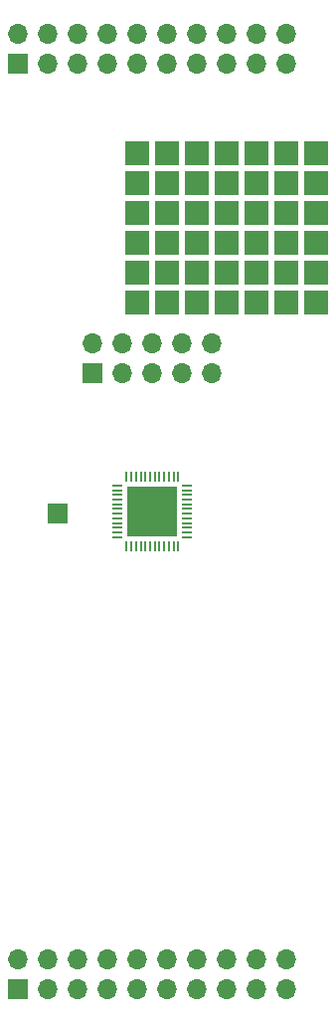
<source format=gbr>
G04 #@! TF.GenerationSoftware,KiCad,Pcbnew,5.99.0-unknown-3100cd3599~128~ubuntu20.04.1*
G04 #@! TF.CreationDate,2021-06-01T14:38:41+02:00*
G04 #@! TF.ProjectId,esp32,65737033-322e-46b6-9963-61645f706362,rev?*
G04 #@! TF.SameCoordinates,Original*
G04 #@! TF.FileFunction,Soldermask,Bot*
G04 #@! TF.FilePolarity,Negative*
%FSLAX46Y46*%
G04 Gerber Fmt 4.6, Leading zero omitted, Abs format (unit mm)*
G04 Created by KiCad (PCBNEW 5.99.0-unknown-3100cd3599~128~ubuntu20.04.1) date 2021-06-01 14:38:41*
%MOMM*%
%LPD*%
G01*
G04 APERTURE LIST*
G04 Aperture macros list*
%AMRoundRect*
0 Rectangle with rounded corners*
0 $1 Rounding radius*
0 $2 $3 $4 $5 $6 $7 $8 $9 X,Y pos of 4 corners*
0 Add a 4 corners polygon primitive as box body*
4,1,4,$2,$3,$4,$5,$6,$7,$8,$9,$2,$3,0*
0 Add four circle primitives for the rounded corners*
1,1,$1+$1,$2,$3*
1,1,$1+$1,$4,$5*
1,1,$1+$1,$6,$7*
1,1,$1+$1,$8,$9*
0 Add four rect primitives between the rounded corners*
20,1,$1+$1,$2,$3,$4,$5,0*
20,1,$1+$1,$4,$5,$6,$7,0*
20,1,$1+$1,$6,$7,$8,$9,0*
20,1,$1+$1,$8,$9,$2,$3,0*%
G04 Aperture macros list end*
%ADD10R,2.000000X2.000000*%
%ADD11R,1.700000X1.700000*%
%ADD12O,1.700000X1.700000*%
%ADD13RoundRect,0.050000X-0.350000X-0.050000X0.350000X-0.050000X0.350000X0.050000X-0.350000X0.050000X0*%
%ADD14RoundRect,0.050000X-0.050000X-0.350000X0.050000X-0.350000X0.050000X0.350000X-0.050000X0.350000X0*%
%ADD15R,4.300000X4.300000*%
G04 APERTURE END LIST*
D10*
X76200000Y-83820000D03*
X60960000Y-86360000D03*
X73660000Y-83820000D03*
X66040000Y-96520000D03*
X63500000Y-86360000D03*
X71120000Y-83820000D03*
X60960000Y-96520000D03*
X68580000Y-96520000D03*
X66040000Y-86360000D03*
X68580000Y-83820000D03*
X63500000Y-96520000D03*
X71120000Y-96520000D03*
X68580000Y-93980000D03*
X68580000Y-86360000D03*
X66040000Y-83820000D03*
X76200000Y-96520000D03*
X73660000Y-96520000D03*
X71120000Y-93980000D03*
X71120000Y-86360000D03*
X63500000Y-83820000D03*
X60960000Y-93980000D03*
X66040000Y-93980000D03*
X60960000Y-91440000D03*
X73660000Y-86360000D03*
X60960000Y-83820000D03*
X63500000Y-93980000D03*
X73660000Y-93980000D03*
X66040000Y-91440000D03*
X76200000Y-86360000D03*
X60960000Y-88900000D03*
X71120000Y-91440000D03*
X76200000Y-93980000D03*
X68580000Y-91440000D03*
X68580000Y-88900000D03*
X63500000Y-88900000D03*
X73660000Y-91440000D03*
X63500000Y-91440000D03*
X73660000Y-88900000D03*
X66040000Y-88900000D03*
X76200000Y-91440000D03*
X76200000Y-88900000D03*
X71120000Y-88900000D03*
D11*
X57150000Y-102500000D03*
D12*
X57150000Y-99960000D03*
X59690000Y-102500000D03*
X59690000Y-99960000D03*
X62230000Y-102500000D03*
X62230000Y-99960000D03*
X64770000Y-102500000D03*
X64770000Y-99960000D03*
X67310000Y-102500000D03*
X67310000Y-99960000D03*
D11*
X54200000Y-114400000D03*
D13*
X59300000Y-116450000D03*
X59300000Y-116050000D03*
X59300000Y-115650000D03*
X59300000Y-115250000D03*
X59300000Y-114850000D03*
X59300000Y-114450000D03*
X59300000Y-114050000D03*
X59300000Y-113650000D03*
X59300000Y-113250000D03*
X59300000Y-112850000D03*
X59300000Y-112450000D03*
X59300000Y-112050000D03*
D14*
X60050000Y-111300000D03*
X60450000Y-111300000D03*
X60850000Y-111300000D03*
X61250000Y-111300000D03*
X61650000Y-111300000D03*
X62050000Y-111300000D03*
X62450000Y-111300000D03*
X62850000Y-111300000D03*
X63250000Y-111300000D03*
X63650000Y-111300000D03*
X64050000Y-111300000D03*
X64450000Y-111300000D03*
D13*
X65200000Y-112050000D03*
X65200000Y-112450000D03*
X65200000Y-112850000D03*
X65200000Y-113250000D03*
X65200000Y-113650000D03*
X65200000Y-114050000D03*
X65200000Y-114450000D03*
X65200000Y-114850000D03*
X65200000Y-115250000D03*
X65200000Y-115650000D03*
X65200000Y-116050000D03*
X65200000Y-116450000D03*
D14*
X64450000Y-117200000D03*
X64050000Y-117200000D03*
X63650000Y-117200000D03*
X63250000Y-117200000D03*
X62850000Y-117200000D03*
X62450000Y-117200000D03*
X62050000Y-117200000D03*
X61650000Y-117200000D03*
X61250000Y-117200000D03*
X60850000Y-117200000D03*
X60450000Y-117200000D03*
X60050000Y-117200000D03*
D15*
X62250000Y-114250000D03*
D11*
X50800000Y-76200000D03*
D12*
X50800000Y-73660000D03*
X53340000Y-76200000D03*
X53340000Y-73660000D03*
X55880000Y-76200000D03*
X55880000Y-73660000D03*
X58420000Y-76200000D03*
X58420000Y-73660000D03*
X60960000Y-76200000D03*
X60960000Y-73660000D03*
X63500000Y-76200000D03*
X63500000Y-73660000D03*
X66040000Y-76200000D03*
X66040000Y-73660000D03*
X68580000Y-76200000D03*
X68580000Y-73660000D03*
X71120000Y-76200000D03*
X71120000Y-73660000D03*
X73660000Y-76200000D03*
X73660000Y-73660000D03*
D11*
X50800000Y-154940000D03*
D12*
X50800000Y-152400000D03*
X53340000Y-154940000D03*
X53340000Y-152400000D03*
X55880000Y-154940000D03*
X55880000Y-152400000D03*
X58420000Y-154940000D03*
X58420000Y-152400000D03*
X60960000Y-154940000D03*
X60960000Y-152400000D03*
X63500000Y-154940000D03*
X63500000Y-152400000D03*
X66040000Y-154940000D03*
X66040000Y-152400000D03*
X68580000Y-154940000D03*
X68580000Y-152400000D03*
X71120000Y-154940000D03*
X71120000Y-152400000D03*
X73660000Y-154940000D03*
X73660000Y-152400000D03*
M02*

</source>
